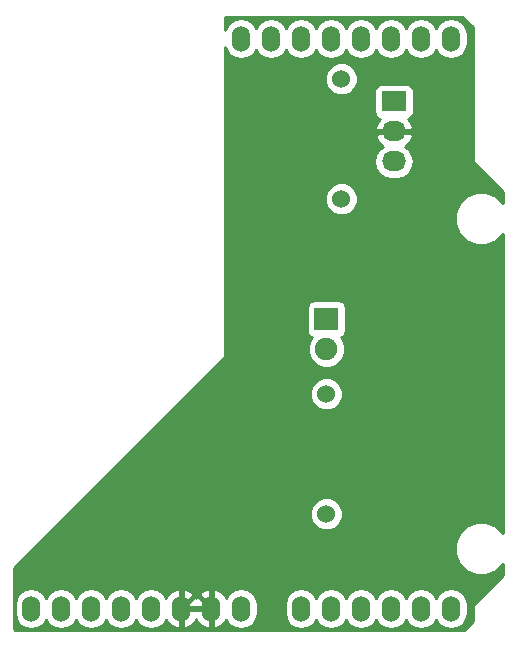
<source format=gbl>
G04 #@! TF.FileFunction,Copper,L2,Bot,Signal*
%FSLAX46Y46*%
G04 Gerber Fmt 4.6, Leading zero omitted, Abs format (unit mm)*
G04 Created by KiCad (PCBNEW 4.0.2-stable) date 2016/6/2 上午 01:45:21*
%MOMM*%
G01*
G04 APERTURE LIST*
%ADD10C,0.100000*%
%ADD11O,1.524000X2.199640*%
%ADD12O,1.524000X2.197100*%
%ADD13R,2.000000X1.900000*%
%ADD14C,1.900000*%
%ADD15C,1.524000*%
%ADD16R,2.032000X1.727200*%
%ADD17O,2.032000X1.727200*%
%ADD18C,0.400000*%
%ADD19C,0.254000*%
G04 APERTURE END LIST*
D10*
D11*
X194700501Y-143265501D03*
X197240501Y-143265501D03*
X199780501Y-143265501D03*
X202320501Y-143265501D03*
X204860501Y-143265501D03*
X207400501Y-143265501D03*
X209940501Y-143265501D03*
X212480501Y-143265501D03*
X217560501Y-143265501D03*
X220100501Y-143265501D03*
X222640501Y-143265501D03*
X225180501Y-143265501D03*
X227720501Y-143265501D03*
X230260501Y-143265501D03*
D12*
X230260501Y-95005501D03*
X227720501Y-95005501D03*
X225180501Y-95005501D03*
X222640501Y-95005501D03*
X220100501Y-95005501D03*
X217560501Y-95005501D03*
X215020501Y-95005501D03*
X212480501Y-95005501D03*
D13*
X219710000Y-118745000D03*
D14*
X219710000Y-121285000D03*
D15*
X220980000Y-108585000D03*
X220980000Y-98425000D03*
X219710000Y-135255000D03*
X219710000Y-125095000D03*
D16*
X225425000Y-100330000D03*
D17*
X225425000Y-102870000D03*
X225425000Y-105410000D03*
D18*
X208915000Y-141751002D02*
X208915000Y-142240000D01*
X208915000Y-142240000D02*
X209940501Y-143265501D01*
X225425000Y-102870000D02*
X224155000Y-102870000D01*
X208915000Y-141751002D02*
X208915000Y-141751002D01*
X208915000Y-141751002D02*
X207400501Y-143265501D01*
X208915000Y-140970000D02*
X208915000Y-141751002D01*
X210185000Y-139700000D02*
X208915000Y-140970000D01*
X219075000Y-139700000D02*
X210185000Y-139700000D01*
X223520000Y-135255000D02*
X219075000Y-139700000D01*
X223520000Y-103505000D02*
X223520000Y-135255000D01*
X224155000Y-102870000D02*
X223520000Y-103505000D01*
D19*
G36*
X232081000Y-94020092D02*
X232081000Y-105156000D01*
X232135046Y-105427705D01*
X232288954Y-105658046D01*
X234621000Y-107990092D01*
X234621000Y-108907166D01*
X234067573Y-108352772D01*
X233246807Y-108011960D01*
X232358094Y-108011184D01*
X231536735Y-108350563D01*
X230907772Y-108978429D01*
X230566960Y-109799195D01*
X230566184Y-110687908D01*
X230905563Y-111509267D01*
X231533429Y-112138230D01*
X232354195Y-112479042D01*
X233242908Y-112479818D01*
X234064267Y-112140439D01*
X234621000Y-111584677D01*
X234621000Y-136847166D01*
X234067573Y-136292772D01*
X233246807Y-135951960D01*
X232358094Y-135951184D01*
X231536735Y-136290563D01*
X230907772Y-136918429D01*
X230566960Y-137739195D01*
X230566184Y-138627908D01*
X230905563Y-139449267D01*
X231533429Y-140078230D01*
X232354195Y-140419042D01*
X233242908Y-140419818D01*
X234064267Y-140080439D01*
X234621000Y-139524677D01*
X234621000Y-140421909D01*
X232288954Y-142753954D01*
X232135046Y-142984295D01*
X232081000Y-143256000D01*
X232081000Y-144358908D01*
X231353908Y-145086000D01*
X193334091Y-145086000D01*
X193242000Y-144993908D01*
X193242000Y-142893694D01*
X193303501Y-142893694D01*
X193303501Y-143637308D01*
X193409841Y-144171917D01*
X193712673Y-144625136D01*
X194165892Y-144927968D01*
X194700501Y-145034308D01*
X195235110Y-144927968D01*
X195688329Y-144625136D01*
X195970501Y-144202837D01*
X196252673Y-144625136D01*
X196705892Y-144927968D01*
X197240501Y-145034308D01*
X197775110Y-144927968D01*
X198228329Y-144625136D01*
X198510501Y-144202837D01*
X198792673Y-144625136D01*
X199245892Y-144927968D01*
X199780501Y-145034308D01*
X200315110Y-144927968D01*
X200768329Y-144625136D01*
X201050501Y-144202837D01*
X201332673Y-144625136D01*
X201785892Y-144927968D01*
X202320501Y-145034308D01*
X202855110Y-144927968D01*
X203308329Y-144625136D01*
X203590501Y-144202837D01*
X203872673Y-144625136D01*
X204325892Y-144927968D01*
X204860501Y-145034308D01*
X205395110Y-144927968D01*
X205848329Y-144625136D01*
X206139148Y-144189895D01*
X206158442Y-144255262D01*
X206502475Y-144680951D01*
X206983224Y-144942581D01*
X207057431Y-144957541D01*
X207273501Y-144835041D01*
X207273501Y-143392501D01*
X207527501Y-143392501D01*
X207527501Y-144835041D01*
X207743571Y-144957541D01*
X207817778Y-144942581D01*
X208298527Y-144680951D01*
X208642560Y-144255262D01*
X208670501Y-144160598D01*
X208698442Y-144255262D01*
X209042475Y-144680951D01*
X209523224Y-144942581D01*
X209597431Y-144957541D01*
X209813501Y-144835041D01*
X209813501Y-143392501D01*
X207527501Y-143392501D01*
X207273501Y-143392501D01*
X207253501Y-143392501D01*
X207253501Y-143138501D01*
X207273501Y-143138501D01*
X207273501Y-141695961D01*
X207527501Y-141695961D01*
X207527501Y-143138501D01*
X209813501Y-143138501D01*
X209813501Y-141695961D01*
X210067501Y-141695961D01*
X210067501Y-143138501D01*
X210087501Y-143138501D01*
X210087501Y-143392501D01*
X210067501Y-143392501D01*
X210067501Y-144835041D01*
X210283571Y-144957541D01*
X210357778Y-144942581D01*
X210838527Y-144680951D01*
X211182560Y-144255262D01*
X211201854Y-144189895D01*
X211492673Y-144625136D01*
X211945892Y-144927968D01*
X212480501Y-145034308D01*
X213015110Y-144927968D01*
X213468329Y-144625136D01*
X213771161Y-144171917D01*
X213877501Y-143637308D01*
X213877501Y-142893694D01*
X216163501Y-142893694D01*
X216163501Y-143637308D01*
X216269841Y-144171917D01*
X216572673Y-144625136D01*
X217025892Y-144927968D01*
X217560501Y-145034308D01*
X218095110Y-144927968D01*
X218548329Y-144625136D01*
X218830501Y-144202837D01*
X219112673Y-144625136D01*
X219565892Y-144927968D01*
X220100501Y-145034308D01*
X220635110Y-144927968D01*
X221088329Y-144625136D01*
X221370501Y-144202837D01*
X221652673Y-144625136D01*
X222105892Y-144927968D01*
X222640501Y-145034308D01*
X223175110Y-144927968D01*
X223628329Y-144625136D01*
X223910501Y-144202837D01*
X224192673Y-144625136D01*
X224645892Y-144927968D01*
X225180501Y-145034308D01*
X225715110Y-144927968D01*
X226168329Y-144625136D01*
X226450501Y-144202837D01*
X226732673Y-144625136D01*
X227185892Y-144927968D01*
X227720501Y-145034308D01*
X228255110Y-144927968D01*
X228708329Y-144625136D01*
X228990501Y-144202837D01*
X229272673Y-144625136D01*
X229725892Y-144927968D01*
X230260501Y-145034308D01*
X230795110Y-144927968D01*
X231248329Y-144625136D01*
X231551161Y-144171917D01*
X231657501Y-143637308D01*
X231657501Y-142893694D01*
X231551161Y-142359085D01*
X231248329Y-141905866D01*
X230795110Y-141603034D01*
X230260501Y-141496694D01*
X229725892Y-141603034D01*
X229272673Y-141905866D01*
X228990501Y-142328165D01*
X228708329Y-141905866D01*
X228255110Y-141603034D01*
X227720501Y-141496694D01*
X227185892Y-141603034D01*
X226732673Y-141905866D01*
X226450501Y-142328165D01*
X226168329Y-141905866D01*
X225715110Y-141603034D01*
X225180501Y-141496694D01*
X224645892Y-141603034D01*
X224192673Y-141905866D01*
X223910501Y-142328165D01*
X223628329Y-141905866D01*
X223175110Y-141603034D01*
X222640501Y-141496694D01*
X222105892Y-141603034D01*
X221652673Y-141905866D01*
X221370501Y-142328165D01*
X221088329Y-141905866D01*
X220635110Y-141603034D01*
X220100501Y-141496694D01*
X219565892Y-141603034D01*
X219112673Y-141905866D01*
X218830501Y-142328165D01*
X218548329Y-141905866D01*
X218095110Y-141603034D01*
X217560501Y-141496694D01*
X217025892Y-141603034D01*
X216572673Y-141905866D01*
X216269841Y-142359085D01*
X216163501Y-142893694D01*
X213877501Y-142893694D01*
X213771161Y-142359085D01*
X213468329Y-141905866D01*
X213015110Y-141603034D01*
X212480501Y-141496694D01*
X211945892Y-141603034D01*
X211492673Y-141905866D01*
X211201854Y-142341107D01*
X211182560Y-142275740D01*
X210838527Y-141850051D01*
X210357778Y-141588421D01*
X210283571Y-141573461D01*
X210067501Y-141695961D01*
X209813501Y-141695961D01*
X209597431Y-141573461D01*
X209523224Y-141588421D01*
X209042475Y-141850051D01*
X208698442Y-142275740D01*
X208670501Y-142370404D01*
X208642560Y-142275740D01*
X208298527Y-141850051D01*
X207817778Y-141588421D01*
X207743571Y-141573461D01*
X207527501Y-141695961D01*
X207273501Y-141695961D01*
X207057431Y-141573461D01*
X206983224Y-141588421D01*
X206502475Y-141850051D01*
X206158442Y-142275740D01*
X206139148Y-142341107D01*
X205848329Y-141905866D01*
X205395110Y-141603034D01*
X204860501Y-141496694D01*
X204325892Y-141603034D01*
X203872673Y-141905866D01*
X203590501Y-142328165D01*
X203308329Y-141905866D01*
X202855110Y-141603034D01*
X202320501Y-141496694D01*
X201785892Y-141603034D01*
X201332673Y-141905866D01*
X201050501Y-142328165D01*
X200768329Y-141905866D01*
X200315110Y-141603034D01*
X199780501Y-141496694D01*
X199245892Y-141603034D01*
X198792673Y-141905866D01*
X198510501Y-142328165D01*
X198228329Y-141905866D01*
X197775110Y-141603034D01*
X197240501Y-141496694D01*
X196705892Y-141603034D01*
X196252673Y-141905866D01*
X195970501Y-142328165D01*
X195688329Y-141905866D01*
X195235110Y-141603034D01*
X194700501Y-141496694D01*
X194165892Y-141603034D01*
X193712673Y-141905866D01*
X193409841Y-142359085D01*
X193303501Y-142893694D01*
X193242000Y-142893694D01*
X193242000Y-139867092D01*
X197577431Y-135531661D01*
X218312758Y-135531661D01*
X218524990Y-136045303D01*
X218917630Y-136438629D01*
X219430900Y-136651757D01*
X219986661Y-136652242D01*
X220500303Y-136440010D01*
X220893629Y-136047370D01*
X221106757Y-135534100D01*
X221107242Y-134978339D01*
X220895010Y-134464697D01*
X220502370Y-134071371D01*
X219989100Y-133858243D01*
X219433339Y-133857758D01*
X218919697Y-134069990D01*
X218526371Y-134462630D01*
X218313243Y-134975900D01*
X218312758Y-135531661D01*
X197577431Y-135531661D01*
X207737431Y-125371661D01*
X218312758Y-125371661D01*
X218524990Y-125885303D01*
X218917630Y-126278629D01*
X219430900Y-126491757D01*
X219986661Y-126492242D01*
X220500303Y-126280010D01*
X220893629Y-125887370D01*
X221106757Y-125374100D01*
X221107242Y-124818339D01*
X220895010Y-124304697D01*
X220502370Y-123911371D01*
X219989100Y-123698243D01*
X219433339Y-123697758D01*
X218919697Y-123909990D01*
X218526371Y-124302630D01*
X218313243Y-124815900D01*
X218312758Y-125371661D01*
X207737431Y-125371661D01*
X210941046Y-122168046D01*
X211094954Y-121937705D01*
X211149001Y-121666000D01*
X211149000Y-121665995D01*
X211149000Y-117795000D01*
X218062560Y-117795000D01*
X218062560Y-119695000D01*
X218106838Y-119930317D01*
X218245910Y-120146441D01*
X218458110Y-120291431D01*
X218461192Y-120292055D01*
X218367086Y-120385997D01*
X218125276Y-120968341D01*
X218124725Y-121598893D01*
X218365519Y-122181657D01*
X218810997Y-122627914D01*
X219393341Y-122869724D01*
X220023893Y-122870275D01*
X220606657Y-122629481D01*
X221052914Y-122184003D01*
X221294724Y-121601659D01*
X221295275Y-120971107D01*
X221054481Y-120388343D01*
X220956971Y-120290663D01*
X221161441Y-120159090D01*
X221306431Y-119946890D01*
X221357440Y-119695000D01*
X221357440Y-117795000D01*
X221313162Y-117559683D01*
X221174090Y-117343559D01*
X220961890Y-117198569D01*
X220710000Y-117147560D01*
X218710000Y-117147560D01*
X218474683Y-117191838D01*
X218258559Y-117330910D01*
X218113569Y-117543110D01*
X218062560Y-117795000D01*
X211149000Y-117795000D01*
X211149000Y-108861661D01*
X219582758Y-108861661D01*
X219794990Y-109375303D01*
X220187630Y-109768629D01*
X220700900Y-109981757D01*
X221256661Y-109982242D01*
X221770303Y-109770010D01*
X222163629Y-109377370D01*
X222376757Y-108864100D01*
X222377242Y-108308339D01*
X222165010Y-107794697D01*
X221772370Y-107401371D01*
X221259100Y-107188243D01*
X220703339Y-107187758D01*
X220189697Y-107399990D01*
X219796371Y-107792630D01*
X219583243Y-108305900D01*
X219582758Y-108861661D01*
X211149000Y-108861661D01*
X211149000Y-105410000D01*
X223741655Y-105410000D01*
X223855729Y-105983489D01*
X224180585Y-106469670D01*
X224666766Y-106794526D01*
X225240255Y-106908600D01*
X225609745Y-106908600D01*
X226183234Y-106794526D01*
X226669415Y-106469670D01*
X226994271Y-105983489D01*
X227108345Y-105410000D01*
X226994271Y-104836511D01*
X226669415Y-104350330D01*
X226359931Y-104143539D01*
X226775732Y-103772036D01*
X227029709Y-103244791D01*
X227032358Y-103229026D01*
X226911217Y-102997000D01*
X225552000Y-102997000D01*
X225552000Y-103017000D01*
X225298000Y-103017000D01*
X225298000Y-102997000D01*
X223938783Y-102997000D01*
X223817642Y-103229026D01*
X223820291Y-103244791D01*
X224074268Y-103772036D01*
X224490069Y-104143539D01*
X224180585Y-104350330D01*
X223855729Y-104836511D01*
X223741655Y-105410000D01*
X211149000Y-105410000D01*
X211149000Y-98701661D01*
X219582758Y-98701661D01*
X219794990Y-99215303D01*
X220187630Y-99608629D01*
X220700900Y-99821757D01*
X221256661Y-99822242D01*
X221770303Y-99610010D01*
X221914163Y-99466400D01*
X223761560Y-99466400D01*
X223761560Y-101193600D01*
X223805838Y-101428917D01*
X223944910Y-101645041D01*
X224157110Y-101790031D01*
X224251927Y-101809232D01*
X224074268Y-101967964D01*
X223820291Y-102495209D01*
X223817642Y-102510974D01*
X223938783Y-102743000D01*
X225298000Y-102743000D01*
X225298000Y-102723000D01*
X225552000Y-102723000D01*
X225552000Y-102743000D01*
X226911217Y-102743000D01*
X227032358Y-102510974D01*
X227029709Y-102495209D01*
X226775732Y-101967964D01*
X226600155Y-101811093D01*
X226676317Y-101796762D01*
X226892441Y-101657690D01*
X227037431Y-101445490D01*
X227088440Y-101193600D01*
X227088440Y-99466400D01*
X227044162Y-99231083D01*
X226905090Y-99014959D01*
X226692890Y-98869969D01*
X226441000Y-98818960D01*
X224409000Y-98818960D01*
X224173683Y-98863238D01*
X223957559Y-99002310D01*
X223812569Y-99214510D01*
X223761560Y-99466400D01*
X221914163Y-99466400D01*
X222163629Y-99217370D01*
X222376757Y-98704100D01*
X222377242Y-98148339D01*
X222165010Y-97634697D01*
X221772370Y-97241371D01*
X221259100Y-97028243D01*
X220703339Y-97027758D01*
X220189697Y-97239990D01*
X219796371Y-97632630D01*
X219583243Y-98145900D01*
X219582758Y-98701661D01*
X211149000Y-98701661D01*
X211149000Y-95705300D01*
X211189841Y-95910622D01*
X211492673Y-96363841D01*
X211945892Y-96666673D01*
X212480501Y-96773013D01*
X213015110Y-96666673D01*
X213468329Y-96363841D01*
X213750501Y-95941542D01*
X214032673Y-96363841D01*
X214485892Y-96666673D01*
X215020501Y-96773013D01*
X215555110Y-96666673D01*
X216008329Y-96363841D01*
X216290501Y-95941542D01*
X216572673Y-96363841D01*
X217025892Y-96666673D01*
X217560501Y-96773013D01*
X218095110Y-96666673D01*
X218548329Y-96363841D01*
X218830501Y-95941542D01*
X219112673Y-96363841D01*
X219565892Y-96666673D01*
X220100501Y-96773013D01*
X220635110Y-96666673D01*
X221088329Y-96363841D01*
X221370501Y-95941542D01*
X221652673Y-96363841D01*
X222105892Y-96666673D01*
X222640501Y-96773013D01*
X223175110Y-96666673D01*
X223628329Y-96363841D01*
X223910501Y-95941542D01*
X224192673Y-96363841D01*
X224645892Y-96666673D01*
X225180501Y-96773013D01*
X225715110Y-96666673D01*
X226168329Y-96363841D01*
X226450501Y-95941542D01*
X226732673Y-96363841D01*
X227185892Y-96666673D01*
X227720501Y-96773013D01*
X228255110Y-96666673D01*
X228708329Y-96363841D01*
X228990501Y-95941542D01*
X229272673Y-96363841D01*
X229725892Y-96666673D01*
X230260501Y-96773013D01*
X230795110Y-96666673D01*
X231248329Y-96363841D01*
X231551161Y-95910622D01*
X231657501Y-95376013D01*
X231657501Y-94634989D01*
X231551161Y-94100380D01*
X231248329Y-93647161D01*
X230795110Y-93344329D01*
X230260501Y-93237989D01*
X229725892Y-93344329D01*
X229272673Y-93647161D01*
X228990501Y-94069460D01*
X228708329Y-93647161D01*
X228255110Y-93344329D01*
X227720501Y-93237989D01*
X227185892Y-93344329D01*
X226732673Y-93647161D01*
X226450501Y-94069460D01*
X226168329Y-93647161D01*
X225715110Y-93344329D01*
X225180501Y-93237989D01*
X224645892Y-93344329D01*
X224192673Y-93647161D01*
X223910501Y-94069460D01*
X223628329Y-93647161D01*
X223175110Y-93344329D01*
X222640501Y-93237989D01*
X222105892Y-93344329D01*
X221652673Y-93647161D01*
X221370501Y-94069460D01*
X221088329Y-93647161D01*
X220635110Y-93344329D01*
X220100501Y-93237989D01*
X219565892Y-93344329D01*
X219112673Y-93647161D01*
X218830501Y-94069460D01*
X218548329Y-93647161D01*
X218095110Y-93344329D01*
X217560501Y-93237989D01*
X217025892Y-93344329D01*
X216572673Y-93647161D01*
X216290501Y-94069460D01*
X216008329Y-93647161D01*
X215555110Y-93344329D01*
X215020501Y-93237989D01*
X214485892Y-93344329D01*
X214032673Y-93647161D01*
X213750501Y-94069460D01*
X213468329Y-93647161D01*
X213015110Y-93344329D01*
X212480501Y-93237989D01*
X211945892Y-93344329D01*
X211492673Y-93647161D01*
X211189841Y-94100380D01*
X211149000Y-94305702D01*
X211149000Y-93166000D01*
X231226908Y-93166000D01*
X232081000Y-94020092D01*
X232081000Y-94020092D01*
G37*
X232081000Y-94020092D02*
X232081000Y-105156000D01*
X232135046Y-105427705D01*
X232288954Y-105658046D01*
X234621000Y-107990092D01*
X234621000Y-108907166D01*
X234067573Y-108352772D01*
X233246807Y-108011960D01*
X232358094Y-108011184D01*
X231536735Y-108350563D01*
X230907772Y-108978429D01*
X230566960Y-109799195D01*
X230566184Y-110687908D01*
X230905563Y-111509267D01*
X231533429Y-112138230D01*
X232354195Y-112479042D01*
X233242908Y-112479818D01*
X234064267Y-112140439D01*
X234621000Y-111584677D01*
X234621000Y-136847166D01*
X234067573Y-136292772D01*
X233246807Y-135951960D01*
X232358094Y-135951184D01*
X231536735Y-136290563D01*
X230907772Y-136918429D01*
X230566960Y-137739195D01*
X230566184Y-138627908D01*
X230905563Y-139449267D01*
X231533429Y-140078230D01*
X232354195Y-140419042D01*
X233242908Y-140419818D01*
X234064267Y-140080439D01*
X234621000Y-139524677D01*
X234621000Y-140421909D01*
X232288954Y-142753954D01*
X232135046Y-142984295D01*
X232081000Y-143256000D01*
X232081000Y-144358908D01*
X231353908Y-145086000D01*
X193334091Y-145086000D01*
X193242000Y-144993908D01*
X193242000Y-142893694D01*
X193303501Y-142893694D01*
X193303501Y-143637308D01*
X193409841Y-144171917D01*
X193712673Y-144625136D01*
X194165892Y-144927968D01*
X194700501Y-145034308D01*
X195235110Y-144927968D01*
X195688329Y-144625136D01*
X195970501Y-144202837D01*
X196252673Y-144625136D01*
X196705892Y-144927968D01*
X197240501Y-145034308D01*
X197775110Y-144927968D01*
X198228329Y-144625136D01*
X198510501Y-144202837D01*
X198792673Y-144625136D01*
X199245892Y-144927968D01*
X199780501Y-145034308D01*
X200315110Y-144927968D01*
X200768329Y-144625136D01*
X201050501Y-144202837D01*
X201332673Y-144625136D01*
X201785892Y-144927968D01*
X202320501Y-145034308D01*
X202855110Y-144927968D01*
X203308329Y-144625136D01*
X203590501Y-144202837D01*
X203872673Y-144625136D01*
X204325892Y-144927968D01*
X204860501Y-145034308D01*
X205395110Y-144927968D01*
X205848329Y-144625136D01*
X206139148Y-144189895D01*
X206158442Y-144255262D01*
X206502475Y-144680951D01*
X206983224Y-144942581D01*
X207057431Y-144957541D01*
X207273501Y-144835041D01*
X207273501Y-143392501D01*
X207527501Y-143392501D01*
X207527501Y-144835041D01*
X207743571Y-144957541D01*
X207817778Y-144942581D01*
X208298527Y-144680951D01*
X208642560Y-144255262D01*
X208670501Y-144160598D01*
X208698442Y-144255262D01*
X209042475Y-144680951D01*
X209523224Y-144942581D01*
X209597431Y-144957541D01*
X209813501Y-144835041D01*
X209813501Y-143392501D01*
X207527501Y-143392501D01*
X207273501Y-143392501D01*
X207253501Y-143392501D01*
X207253501Y-143138501D01*
X207273501Y-143138501D01*
X207273501Y-141695961D01*
X207527501Y-141695961D01*
X207527501Y-143138501D01*
X209813501Y-143138501D01*
X209813501Y-141695961D01*
X210067501Y-141695961D01*
X210067501Y-143138501D01*
X210087501Y-143138501D01*
X210087501Y-143392501D01*
X210067501Y-143392501D01*
X210067501Y-144835041D01*
X210283571Y-144957541D01*
X210357778Y-144942581D01*
X210838527Y-144680951D01*
X211182560Y-144255262D01*
X211201854Y-144189895D01*
X211492673Y-144625136D01*
X211945892Y-144927968D01*
X212480501Y-145034308D01*
X213015110Y-144927968D01*
X213468329Y-144625136D01*
X213771161Y-144171917D01*
X213877501Y-143637308D01*
X213877501Y-142893694D01*
X216163501Y-142893694D01*
X216163501Y-143637308D01*
X216269841Y-144171917D01*
X216572673Y-144625136D01*
X217025892Y-144927968D01*
X217560501Y-145034308D01*
X218095110Y-144927968D01*
X218548329Y-144625136D01*
X218830501Y-144202837D01*
X219112673Y-144625136D01*
X219565892Y-144927968D01*
X220100501Y-145034308D01*
X220635110Y-144927968D01*
X221088329Y-144625136D01*
X221370501Y-144202837D01*
X221652673Y-144625136D01*
X222105892Y-144927968D01*
X222640501Y-145034308D01*
X223175110Y-144927968D01*
X223628329Y-144625136D01*
X223910501Y-144202837D01*
X224192673Y-144625136D01*
X224645892Y-144927968D01*
X225180501Y-145034308D01*
X225715110Y-144927968D01*
X226168329Y-144625136D01*
X226450501Y-144202837D01*
X226732673Y-144625136D01*
X227185892Y-144927968D01*
X227720501Y-145034308D01*
X228255110Y-144927968D01*
X228708329Y-144625136D01*
X228990501Y-144202837D01*
X229272673Y-144625136D01*
X229725892Y-144927968D01*
X230260501Y-145034308D01*
X230795110Y-144927968D01*
X231248329Y-144625136D01*
X231551161Y-144171917D01*
X231657501Y-143637308D01*
X231657501Y-142893694D01*
X231551161Y-142359085D01*
X231248329Y-141905866D01*
X230795110Y-141603034D01*
X230260501Y-141496694D01*
X229725892Y-141603034D01*
X229272673Y-141905866D01*
X228990501Y-142328165D01*
X228708329Y-141905866D01*
X228255110Y-141603034D01*
X227720501Y-141496694D01*
X227185892Y-141603034D01*
X226732673Y-141905866D01*
X226450501Y-142328165D01*
X226168329Y-141905866D01*
X225715110Y-141603034D01*
X225180501Y-141496694D01*
X224645892Y-141603034D01*
X224192673Y-141905866D01*
X223910501Y-142328165D01*
X223628329Y-141905866D01*
X223175110Y-141603034D01*
X222640501Y-141496694D01*
X222105892Y-141603034D01*
X221652673Y-141905866D01*
X221370501Y-142328165D01*
X221088329Y-141905866D01*
X220635110Y-141603034D01*
X220100501Y-141496694D01*
X219565892Y-141603034D01*
X219112673Y-141905866D01*
X218830501Y-142328165D01*
X218548329Y-141905866D01*
X218095110Y-141603034D01*
X217560501Y-141496694D01*
X217025892Y-141603034D01*
X216572673Y-141905866D01*
X216269841Y-142359085D01*
X216163501Y-142893694D01*
X213877501Y-142893694D01*
X213771161Y-142359085D01*
X213468329Y-141905866D01*
X213015110Y-141603034D01*
X212480501Y-141496694D01*
X211945892Y-141603034D01*
X211492673Y-141905866D01*
X211201854Y-142341107D01*
X211182560Y-142275740D01*
X210838527Y-141850051D01*
X210357778Y-141588421D01*
X210283571Y-141573461D01*
X210067501Y-141695961D01*
X209813501Y-141695961D01*
X209597431Y-141573461D01*
X209523224Y-141588421D01*
X209042475Y-141850051D01*
X208698442Y-142275740D01*
X208670501Y-142370404D01*
X208642560Y-142275740D01*
X208298527Y-141850051D01*
X207817778Y-141588421D01*
X207743571Y-141573461D01*
X207527501Y-141695961D01*
X207273501Y-141695961D01*
X207057431Y-141573461D01*
X206983224Y-141588421D01*
X206502475Y-141850051D01*
X206158442Y-142275740D01*
X206139148Y-142341107D01*
X205848329Y-141905866D01*
X205395110Y-141603034D01*
X204860501Y-141496694D01*
X204325892Y-141603034D01*
X203872673Y-141905866D01*
X203590501Y-142328165D01*
X203308329Y-141905866D01*
X202855110Y-141603034D01*
X202320501Y-141496694D01*
X201785892Y-141603034D01*
X201332673Y-141905866D01*
X201050501Y-142328165D01*
X200768329Y-141905866D01*
X200315110Y-141603034D01*
X199780501Y-141496694D01*
X199245892Y-141603034D01*
X198792673Y-141905866D01*
X198510501Y-142328165D01*
X198228329Y-141905866D01*
X197775110Y-141603034D01*
X197240501Y-141496694D01*
X196705892Y-141603034D01*
X196252673Y-141905866D01*
X195970501Y-142328165D01*
X195688329Y-141905866D01*
X195235110Y-141603034D01*
X194700501Y-141496694D01*
X194165892Y-141603034D01*
X193712673Y-141905866D01*
X193409841Y-142359085D01*
X193303501Y-142893694D01*
X193242000Y-142893694D01*
X193242000Y-139867092D01*
X197577431Y-135531661D01*
X218312758Y-135531661D01*
X218524990Y-136045303D01*
X218917630Y-136438629D01*
X219430900Y-136651757D01*
X219986661Y-136652242D01*
X220500303Y-136440010D01*
X220893629Y-136047370D01*
X221106757Y-135534100D01*
X221107242Y-134978339D01*
X220895010Y-134464697D01*
X220502370Y-134071371D01*
X219989100Y-133858243D01*
X219433339Y-133857758D01*
X218919697Y-134069990D01*
X218526371Y-134462630D01*
X218313243Y-134975900D01*
X218312758Y-135531661D01*
X197577431Y-135531661D01*
X207737431Y-125371661D01*
X218312758Y-125371661D01*
X218524990Y-125885303D01*
X218917630Y-126278629D01*
X219430900Y-126491757D01*
X219986661Y-126492242D01*
X220500303Y-126280010D01*
X220893629Y-125887370D01*
X221106757Y-125374100D01*
X221107242Y-124818339D01*
X220895010Y-124304697D01*
X220502370Y-123911371D01*
X219989100Y-123698243D01*
X219433339Y-123697758D01*
X218919697Y-123909990D01*
X218526371Y-124302630D01*
X218313243Y-124815900D01*
X218312758Y-125371661D01*
X207737431Y-125371661D01*
X210941046Y-122168046D01*
X211094954Y-121937705D01*
X211149001Y-121666000D01*
X211149000Y-121665995D01*
X211149000Y-117795000D01*
X218062560Y-117795000D01*
X218062560Y-119695000D01*
X218106838Y-119930317D01*
X218245910Y-120146441D01*
X218458110Y-120291431D01*
X218461192Y-120292055D01*
X218367086Y-120385997D01*
X218125276Y-120968341D01*
X218124725Y-121598893D01*
X218365519Y-122181657D01*
X218810997Y-122627914D01*
X219393341Y-122869724D01*
X220023893Y-122870275D01*
X220606657Y-122629481D01*
X221052914Y-122184003D01*
X221294724Y-121601659D01*
X221295275Y-120971107D01*
X221054481Y-120388343D01*
X220956971Y-120290663D01*
X221161441Y-120159090D01*
X221306431Y-119946890D01*
X221357440Y-119695000D01*
X221357440Y-117795000D01*
X221313162Y-117559683D01*
X221174090Y-117343559D01*
X220961890Y-117198569D01*
X220710000Y-117147560D01*
X218710000Y-117147560D01*
X218474683Y-117191838D01*
X218258559Y-117330910D01*
X218113569Y-117543110D01*
X218062560Y-117795000D01*
X211149000Y-117795000D01*
X211149000Y-108861661D01*
X219582758Y-108861661D01*
X219794990Y-109375303D01*
X220187630Y-109768629D01*
X220700900Y-109981757D01*
X221256661Y-109982242D01*
X221770303Y-109770010D01*
X222163629Y-109377370D01*
X222376757Y-108864100D01*
X222377242Y-108308339D01*
X222165010Y-107794697D01*
X221772370Y-107401371D01*
X221259100Y-107188243D01*
X220703339Y-107187758D01*
X220189697Y-107399990D01*
X219796371Y-107792630D01*
X219583243Y-108305900D01*
X219582758Y-108861661D01*
X211149000Y-108861661D01*
X211149000Y-105410000D01*
X223741655Y-105410000D01*
X223855729Y-105983489D01*
X224180585Y-106469670D01*
X224666766Y-106794526D01*
X225240255Y-106908600D01*
X225609745Y-106908600D01*
X226183234Y-106794526D01*
X226669415Y-106469670D01*
X226994271Y-105983489D01*
X227108345Y-105410000D01*
X226994271Y-104836511D01*
X226669415Y-104350330D01*
X226359931Y-104143539D01*
X226775732Y-103772036D01*
X227029709Y-103244791D01*
X227032358Y-103229026D01*
X226911217Y-102997000D01*
X225552000Y-102997000D01*
X225552000Y-103017000D01*
X225298000Y-103017000D01*
X225298000Y-102997000D01*
X223938783Y-102997000D01*
X223817642Y-103229026D01*
X223820291Y-103244791D01*
X224074268Y-103772036D01*
X224490069Y-104143539D01*
X224180585Y-104350330D01*
X223855729Y-104836511D01*
X223741655Y-105410000D01*
X211149000Y-105410000D01*
X211149000Y-98701661D01*
X219582758Y-98701661D01*
X219794990Y-99215303D01*
X220187630Y-99608629D01*
X220700900Y-99821757D01*
X221256661Y-99822242D01*
X221770303Y-99610010D01*
X221914163Y-99466400D01*
X223761560Y-99466400D01*
X223761560Y-101193600D01*
X223805838Y-101428917D01*
X223944910Y-101645041D01*
X224157110Y-101790031D01*
X224251927Y-101809232D01*
X224074268Y-101967964D01*
X223820291Y-102495209D01*
X223817642Y-102510974D01*
X223938783Y-102743000D01*
X225298000Y-102743000D01*
X225298000Y-102723000D01*
X225552000Y-102723000D01*
X225552000Y-102743000D01*
X226911217Y-102743000D01*
X227032358Y-102510974D01*
X227029709Y-102495209D01*
X226775732Y-101967964D01*
X226600155Y-101811093D01*
X226676317Y-101796762D01*
X226892441Y-101657690D01*
X227037431Y-101445490D01*
X227088440Y-101193600D01*
X227088440Y-99466400D01*
X227044162Y-99231083D01*
X226905090Y-99014959D01*
X226692890Y-98869969D01*
X226441000Y-98818960D01*
X224409000Y-98818960D01*
X224173683Y-98863238D01*
X223957559Y-99002310D01*
X223812569Y-99214510D01*
X223761560Y-99466400D01*
X221914163Y-99466400D01*
X222163629Y-99217370D01*
X222376757Y-98704100D01*
X222377242Y-98148339D01*
X222165010Y-97634697D01*
X221772370Y-97241371D01*
X221259100Y-97028243D01*
X220703339Y-97027758D01*
X220189697Y-97239990D01*
X219796371Y-97632630D01*
X219583243Y-98145900D01*
X219582758Y-98701661D01*
X211149000Y-98701661D01*
X211149000Y-95705300D01*
X211189841Y-95910622D01*
X211492673Y-96363841D01*
X211945892Y-96666673D01*
X212480501Y-96773013D01*
X213015110Y-96666673D01*
X213468329Y-96363841D01*
X213750501Y-95941542D01*
X214032673Y-96363841D01*
X214485892Y-96666673D01*
X215020501Y-96773013D01*
X215555110Y-96666673D01*
X216008329Y-96363841D01*
X216290501Y-95941542D01*
X216572673Y-96363841D01*
X217025892Y-96666673D01*
X217560501Y-96773013D01*
X218095110Y-96666673D01*
X218548329Y-96363841D01*
X218830501Y-95941542D01*
X219112673Y-96363841D01*
X219565892Y-96666673D01*
X220100501Y-96773013D01*
X220635110Y-96666673D01*
X221088329Y-96363841D01*
X221370501Y-95941542D01*
X221652673Y-96363841D01*
X222105892Y-96666673D01*
X222640501Y-96773013D01*
X223175110Y-96666673D01*
X223628329Y-96363841D01*
X223910501Y-95941542D01*
X224192673Y-96363841D01*
X224645892Y-96666673D01*
X225180501Y-96773013D01*
X225715110Y-96666673D01*
X226168329Y-96363841D01*
X226450501Y-95941542D01*
X226732673Y-96363841D01*
X227185892Y-96666673D01*
X227720501Y-96773013D01*
X228255110Y-96666673D01*
X228708329Y-96363841D01*
X228990501Y-95941542D01*
X229272673Y-96363841D01*
X229725892Y-96666673D01*
X230260501Y-96773013D01*
X230795110Y-96666673D01*
X231248329Y-96363841D01*
X231551161Y-95910622D01*
X231657501Y-95376013D01*
X231657501Y-94634989D01*
X231551161Y-94100380D01*
X231248329Y-93647161D01*
X230795110Y-93344329D01*
X230260501Y-93237989D01*
X229725892Y-93344329D01*
X229272673Y-93647161D01*
X228990501Y-94069460D01*
X228708329Y-93647161D01*
X228255110Y-93344329D01*
X227720501Y-93237989D01*
X227185892Y-93344329D01*
X226732673Y-93647161D01*
X226450501Y-94069460D01*
X226168329Y-93647161D01*
X225715110Y-93344329D01*
X225180501Y-93237989D01*
X224645892Y-93344329D01*
X224192673Y-93647161D01*
X223910501Y-94069460D01*
X223628329Y-93647161D01*
X223175110Y-93344329D01*
X222640501Y-93237989D01*
X222105892Y-93344329D01*
X221652673Y-93647161D01*
X221370501Y-94069460D01*
X221088329Y-93647161D01*
X220635110Y-93344329D01*
X220100501Y-93237989D01*
X219565892Y-93344329D01*
X219112673Y-93647161D01*
X218830501Y-94069460D01*
X218548329Y-93647161D01*
X218095110Y-93344329D01*
X217560501Y-93237989D01*
X217025892Y-93344329D01*
X216572673Y-93647161D01*
X216290501Y-94069460D01*
X216008329Y-93647161D01*
X215555110Y-93344329D01*
X215020501Y-93237989D01*
X214485892Y-93344329D01*
X214032673Y-93647161D01*
X213750501Y-94069460D01*
X213468329Y-93647161D01*
X213015110Y-93344329D01*
X212480501Y-93237989D01*
X211945892Y-93344329D01*
X211492673Y-93647161D01*
X211189841Y-94100380D01*
X211149000Y-94305702D01*
X211149000Y-93166000D01*
X231226908Y-93166000D01*
X232081000Y-94020092D01*
M02*

</source>
